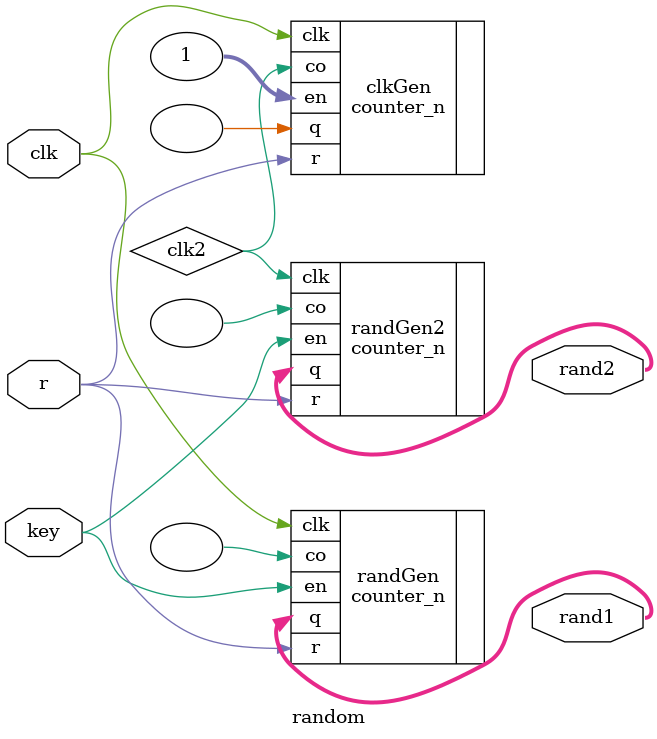
<source format=v>
module random( 
    input key,clk,r,
    output [3:0] rand1 , rand2
);
    counter_n #(.n(6) , .counter_bits(3)) randGen(.clk(clk) , .r(r) , .en(key) , .q(rand1) ,.co());
    wire clk2;
    counter_n clkGen(.clk(clk) , .r(r) ,.en(1) , .q() , .co(clk2));
    counter_n #(.n(6) , .counter_bits(3)) randGen2(.clk(clk2) , .r(r) , .en(key) , .q(rand2), .co());
    
endmodule

</source>
